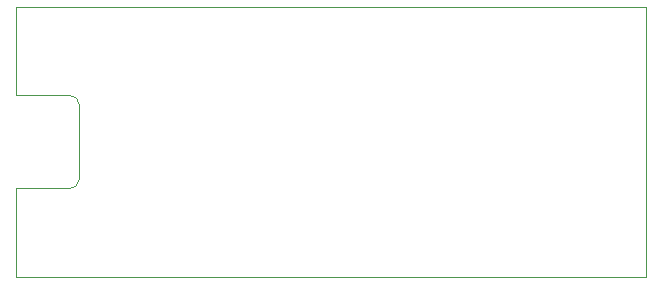
<source format=gbr>
%TF.GenerationSoftware,KiCad,Pcbnew,(5.1.9)-1*%
%TF.CreationDate,2021-02-16T15:18:36+08:00*%
%TF.ProjectId,STM32_Core_Board,53544d33-325f-4436-9f72-655f426f6172,rev?*%
%TF.SameCoordinates,Original*%
%TF.FileFunction,Profile,NP*%
%FSLAX46Y46*%
G04 Gerber Fmt 4.6, Leading zero omitted, Abs format (unit mm)*
G04 Created by KiCad (PCBNEW (5.1.9)-1) date 2021-02-16 15:18:36*
%MOMM*%
%LPD*%
G01*
G04 APERTURE LIST*
%TA.AperFunction,Profile*%
%ADD10C,0.050000*%
%TD*%
G04 APERTURE END LIST*
D10*
X56134000Y-154305000D02*
X56134000Y-154051000D01*
X55372000Y-155067000D02*
G75*
G03*
X56134000Y-154305000I0J762000D01*
G01*
X56134000Y-147955000D02*
G75*
G03*
X55372000Y-147193000I-762000J0D01*
G01*
X50800000Y-155067000D02*
X55372000Y-155067000D01*
X50800000Y-162560000D02*
X50800000Y-155067000D01*
X56134000Y-147955000D02*
X56134000Y-154051000D01*
X50800000Y-147193000D02*
X55372000Y-147193000D01*
X50800000Y-139700000D02*
X50800000Y-147193000D01*
X104140000Y-139700000D02*
X104140000Y-156210000D01*
X102870000Y-139700000D02*
X104140000Y-139700000D01*
X50800000Y-139700000D02*
X102870000Y-139700000D01*
X104140000Y-162560000D02*
X104140000Y-156210000D01*
X50800000Y-162560000D02*
X104140000Y-162560000D01*
M02*

</source>
